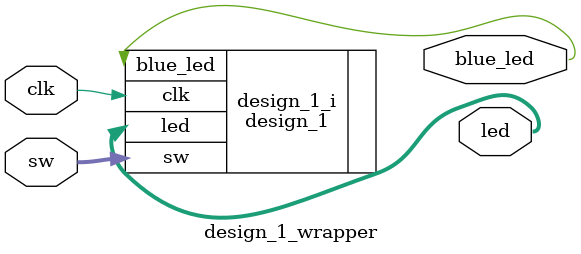
<source format=v>
`timescale 1 ps / 1 ps

module design_1_wrapper
   (sw,
    led,
    blue_led,
    clk);
  input [7:0]sw;
  output [7:0]led;
  output blue_led;
  input clk;

  wire [7:0]sw;
  wire [7:0]led;
  wire blue_led;
  wire clk;

  design_1 design_1_i
       (.sw(sw),
        .led(led),
        .blue_led(blue_led),
        .clk(clk));
endmodule

</source>
